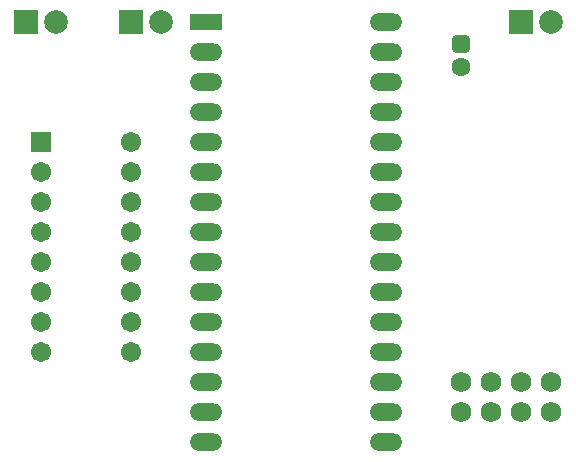
<source format=gbs>
G04 Layer_Color=8150272*
%FSLAX25Y25*%
%MOIN*%
G70*
G01*
G75*
%ADD24C,0.06706*%
%ADD25R,0.06706X0.06706*%
%ADD26R,0.07887X0.07887*%
%ADD27C,0.07887*%
G04:AMPARAMS|DCode=28|XSize=63.12mil|YSize=63.12mil|CornerRadius=20.54mil|HoleSize=0mil|Usage=FLASHONLY|Rotation=90.000|XOffset=0mil|YOffset=0mil|HoleType=Round|Shape=RoundedRectangle|*
%AMROUNDEDRECTD28*
21,1,0.06312,0.02205,0,0,90.0*
21,1,0.02205,0.06312,0,0,90.0*
1,1,0.04107,0.01102,0.01102*
1,1,0.04107,0.01102,-0.01102*
1,1,0.04107,-0.01102,-0.01102*
1,1,0.04107,-0.01102,0.01102*
%
%ADD28ROUNDEDRECTD28*%
%ADD29C,0.06312*%
%ADD30R,0.10800X0.05800*%
%ADD31O,0.10800X0.05800*%
%ADD32C,0.06800*%
D24*
X225000Y290000D02*
D03*
Y300000D02*
D03*
Y310000D02*
D03*
Y320000D02*
D03*
Y330000D02*
D03*
Y340000D02*
D03*
Y350000D02*
D03*
Y360000D02*
D03*
X195000Y290000D02*
D03*
Y300000D02*
D03*
Y310000D02*
D03*
Y320000D02*
D03*
Y330000D02*
D03*
Y340000D02*
D03*
Y350000D02*
D03*
D25*
Y360000D02*
D03*
D26*
X355000Y400000D02*
D03*
X225000D02*
D03*
X190000D02*
D03*
D27*
X365000D02*
D03*
X235000D02*
D03*
X200000D02*
D03*
D28*
X335000Y392874D02*
D03*
D29*
Y385000D02*
D03*
D30*
X250000Y400000D02*
D03*
D31*
Y390000D02*
D03*
Y380000D02*
D03*
Y370000D02*
D03*
Y360000D02*
D03*
Y350000D02*
D03*
Y340000D02*
D03*
Y330000D02*
D03*
Y320000D02*
D03*
Y310000D02*
D03*
Y300000D02*
D03*
Y290000D02*
D03*
Y280000D02*
D03*
Y270000D02*
D03*
Y260000D02*
D03*
X310000Y400000D02*
D03*
Y390000D02*
D03*
Y380000D02*
D03*
Y370000D02*
D03*
Y360000D02*
D03*
Y350000D02*
D03*
Y340000D02*
D03*
Y330000D02*
D03*
Y320000D02*
D03*
Y310000D02*
D03*
Y300000D02*
D03*
Y290000D02*
D03*
Y280000D02*
D03*
Y270000D02*
D03*
Y260000D02*
D03*
D32*
X365000Y270000D02*
D03*
Y280000D02*
D03*
X355000Y270000D02*
D03*
Y280000D02*
D03*
X345000Y270000D02*
D03*
Y280000D02*
D03*
X335000Y270000D02*
D03*
Y280000D02*
D03*
M02*

</source>
